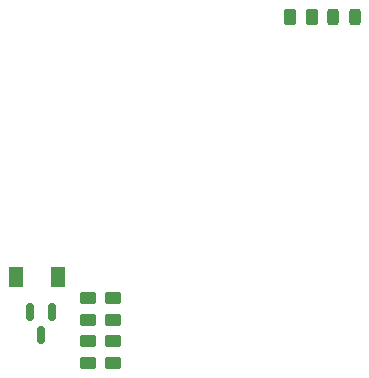
<source format=gbr>
%TF.GenerationSoftware,KiCad,Pcbnew,7.0.7*%
%TF.CreationDate,2023-10-14T15:04:30+09:00*%
%TF.ProjectId,rasp_power_module,72617370-5f70-46f7-9765-725f6d6f6475,4*%
%TF.SameCoordinates,PX74269e8PY6f4e628*%
%TF.FileFunction,Paste,Top*%
%TF.FilePolarity,Positive*%
%FSLAX46Y46*%
G04 Gerber Fmt 4.6, Leading zero omitted, Abs format (unit mm)*
G04 Created by KiCad (PCBNEW 7.0.7) date 2023-10-14 15:04:30*
%MOMM*%
%LPD*%
G01*
G04 APERTURE LIST*
G04 Aperture macros list*
%AMRoundRect*
0 Rectangle with rounded corners*
0 $1 Rounding radius*
0 $2 $3 $4 $5 $6 $7 $8 $9 X,Y pos of 4 corners*
0 Add a 4 corners polygon primitive as box body*
4,1,4,$2,$3,$4,$5,$6,$7,$8,$9,$2,$3,0*
0 Add four circle primitives for the rounded corners*
1,1,$1+$1,$2,$3*
1,1,$1+$1,$4,$5*
1,1,$1+$1,$6,$7*
1,1,$1+$1,$8,$9*
0 Add four rect primitives between the rounded corners*
20,1,$1+$1,$2,$3,$4,$5,0*
20,1,$1+$1,$4,$5,$6,$7,0*
20,1,$1+$1,$6,$7,$8,$9,0*
20,1,$1+$1,$8,$9,$2,$3,0*%
G04 Aperture macros list end*
%ADD10RoundRect,0.250000X0.450000X-0.262500X0.450000X0.262500X-0.450000X0.262500X-0.450000X-0.262500X0*%
%ADD11RoundRect,0.250000X-0.450000X0.262500X-0.450000X-0.262500X0.450000X-0.262500X0.450000X0.262500X0*%
%ADD12RoundRect,0.250000X-0.262500X-0.450000X0.262500X-0.450000X0.262500X0.450000X-0.262500X0.450000X0*%
%ADD13RoundRect,0.243750X-0.243750X-0.456250X0.243750X-0.456250X0.243750X0.456250X-0.243750X0.456250X0*%
%ADD14RoundRect,0.150000X-0.150000X0.587500X-0.150000X-0.587500X0.150000X-0.587500X0.150000X0.587500X0*%
%ADD15R,1.300000X1.700000*%
G04 APERTURE END LIST*
D10*
%TO.C,R1*%
X17043400Y27357700D03*
X17043400Y29182700D03*
%TD*%
D11*
%TO.C,R4*%
X17043400Y25535900D03*
X17043400Y23710900D03*
%TD*%
D10*
%TO.C,R2*%
X14909800Y27357700D03*
X14909800Y29182700D03*
%TD*%
D12*
%TO.C,R5*%
X32031300Y52959000D03*
X33856300Y52959000D03*
%TD*%
D13*
%TO.C,D3*%
X35613100Y52959000D03*
X37488100Y52959000D03*
%TD*%
D14*
%TO.C,Q1*%
X11872000Y27988500D03*
X9972000Y27988500D03*
X10922000Y26113500D03*
%TD*%
D15*
%TO.C,D1*%
X12341800Y31013400D03*
X8841800Y31013400D03*
%TD*%
D11*
%TO.C,R3*%
X14909800Y25535900D03*
X14909800Y23710900D03*
%TD*%
M02*

</source>
